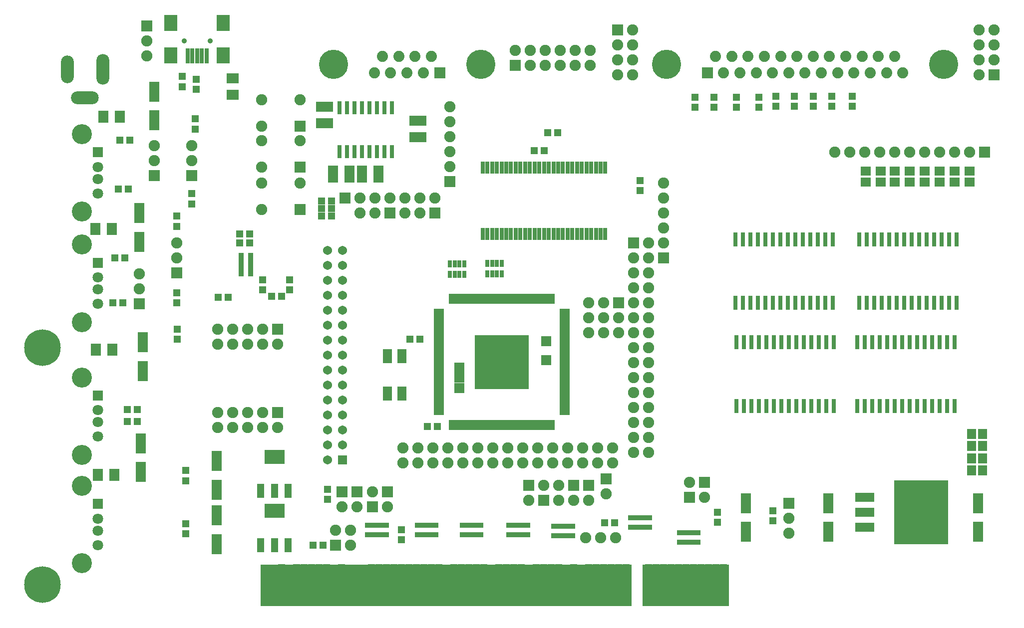
<source format=gbr>
G04 DipTrace 3.1.0.1*
G04 PCIUSB_mask_top.gbr*
%MOMM*%
G04 #@! TF.FileFunction,Soldermask,Top*
G04 #@! TF.Part,Single*
%AMOUTLINE1*
4,1,8,
0.608,2.64,
-0.608,2.64,
-0.608,-2.81401,
-0.44475,-3.13431,
-0.32982,-3.64,
0.32982,-3.64,
0.44475,-3.13431,
0.608,-2.81401,
0.608,2.64,
0*%
%ADD21R,1.7X1.7*%
%ADD68R,0.5X1.8*%
%ADD78C,0.35*%
%ADD79C,0.9*%
%ADD88R,1.6X2.4*%
%ADD92R,9.2X10.8*%
%ADD94R,3.2X1.65*%
%ADD96R,0.8X2.35*%
%ADD98R,0.7X2.0*%
%ADD99R,9.2X9.2*%
%ADD102R,1.8X0.5*%
%ADD104R,0.8X2.2*%
%ADD106R,3.45X2.35*%
%ADD108R,1.15X2.35*%
%ADD110R,0.75X1.15*%
%ADD112R,0.5X0.85*%
%ADD114R,0.85X0.5*%
%ADD116R,2.0X1.8*%
%ADD118R,1.8X2.0*%
%ADD123C,6.2*%
%ADD125R,1.5X1.7*%
%ADD127C,1.9*%
%ADD129C,1.54*%
%ADD131R,1.54X1.54*%
%ADD133C,1.89*%
%ADD135R,1.89X1.89*%
%ADD137C,4.96*%
%ADD139R,2.2X2.7*%
%ADD141R,0.7X2.5*%
%ADD143O,4.7X2.2*%
%ADD145O,2.2X4.7*%
%ADD147O,2.2X5.2*%
%ADD149C,3.4*%
%ADD151C,1.8*%
%ADD153R,1.8X1.8*%
%ADD157R,1.7X1.5*%
%ADD159R,1.8X2.9*%
%ADD161R,2.9X1.8*%
%ADD163R,1.3X1.2*%
%ADD165R,1.2X1.3*%
%ADD167R,1.8X3.35*%
%ADD169C,1.9*%
%ADD171R,1.9X1.9*%
%ADD182OUTLINE1*%
%FSLAX35Y35*%
G04*
G71*
G90*
G75*
G01*
G04 TopMask*
%LPD*%
D171*
X5726227Y7735860D3*
D169*
Y8185860D3*
X5076227D3*
Y7735860D3*
D171*
X5726227Y8450310D3*
D169*
Y8900310D3*
X5076227D3*
Y8450310D3*
D171*
X5726500Y9148277D3*
D169*
Y9598277D3*
X5076500D3*
Y9148277D3*
D167*
X2996000Y7671900D3*
Y7181900D3*
X3027750Y3766650D3*
Y3276650D3*
X3059500Y5481150D3*
Y4991150D3*
X3250000Y9735650D3*
Y9245650D3*
D165*
X3646383Y5703647D3*
Y5533647D3*
X3789273Y3301627D3*
Y3131627D3*
Y2401300D3*
Y2231300D3*
D167*
X4313203Y3465037D3*
Y2975037D3*
Y2544190D3*
Y2054190D3*
D163*
X4503723Y6243453D3*
X4333723D3*
X5408693Y6259330D3*
X5238693D3*
D161*
X6139250Y9195900D3*
Y9475900D3*
D159*
X6282127Y8338650D3*
X6562127D3*
X6774250D3*
X7054250D3*
D161*
X7726687Y9244143D3*
Y8964143D3*
D163*
X7885453Y4052473D3*
X8055453D3*
X9695393Y8736090D3*
X9865393D3*
D165*
X11489457Y8053393D3*
Y8223393D3*
X12806750Y2591900D3*
Y2421900D3*
D167*
X13283000Y2750650D3*
Y2260650D3*
D165*
X13743943Y2623573D3*
Y2453573D3*
D167*
X14680000Y2750650D3*
Y2260650D3*
X17220000Y2750650D3*
Y2260650D3*
D78*
X1153747Y5386113D3*
Y1369317D3*
X1217253Y5529003D3*
Y5243223D3*
Y1512207D3*
Y1226427D3*
X1360143Y5592510D3*
Y5179717D3*
Y1575713D3*
Y1162920D3*
X1487157Y5529003D3*
Y1512207D3*
X1503033Y5243223D3*
Y1226427D3*
X1566540Y5386113D3*
Y1369317D3*
D153*
X2293850Y4577490D3*
D151*
Y4327490D3*
Y4127490D3*
Y3877490D3*
D149*
X2023850Y4884490D3*
Y3570490D3*
D153*
X2297500Y8703777D3*
D151*
Y8453777D3*
Y8253777D3*
Y8003777D3*
D149*
X2027500Y9010777D3*
Y7696777D3*
D153*
X2297500Y6830527D3*
D151*
Y6580527D3*
Y6380527D3*
Y6130527D3*
D149*
X2027500Y7137527D3*
Y5823527D3*
D153*
X2297500Y2734773D3*
D151*
Y2484773D3*
Y2284773D3*
Y2034773D3*
D149*
X2027500Y3041773D3*
Y1727773D3*
D147*
X2376873Y10116650D3*
D145*
X1776873D3*
D143*
X2076873Y9626650D3*
D171*
X2995440Y6132317D3*
D169*
Y6386317D3*
Y6640317D3*
D171*
X3123000Y10846900D3*
D169*
Y10592900D3*
Y10338900D3*
D171*
X3250000Y8306900D3*
D169*
Y8560900D3*
Y8814900D3*
D171*
X3631000Y6655900D3*
D169*
Y6909900D3*
Y7163900D3*
D141*
X4139000Y10338900D3*
X4059000D3*
X3979000D3*
X3899000D3*
D139*
X4424000Y10348900D3*
X3534000D3*
X4424000Y10898900D3*
X3534000D3*
D79*
X4198953Y10598900D3*
X3758953D3*
D171*
X3885000Y8306900D3*
D169*
Y8560900D3*
Y8814900D3*
D171*
X5345500Y5703400D3*
D169*
Y5449400D3*
X5091500Y5703400D3*
Y5449400D3*
X4837500Y5703400D3*
Y5449400D3*
X4583500Y5703400D3*
Y5449400D3*
X4329500Y5703400D3*
Y5449400D3*
D171*
X5345187Y4290623D3*
D169*
Y4036623D3*
X5091187Y4290623D3*
Y4036623D3*
X4837187Y4290623D3*
Y4036623D3*
X4583187Y4290623D3*
Y4036623D3*
X4329187Y4290623D3*
Y4036623D3*
D137*
X6288383Y10195150D3*
X8787383D3*
D135*
X8091883Y10053147D3*
D133*
X7814883D3*
X7537883D3*
X7260883D3*
X6983883D3*
X7953383Y10337150D3*
X7676383D3*
X7399383D3*
X7122383D3*
D131*
X6440677Y3480913D3*
D129*
X6186677D3*
X6440677Y3734913D3*
X6186677D3*
X6440677Y3988913D3*
X6186677D3*
X6440677Y4242913D3*
X6186677D3*
X6440677Y4496913D3*
X6186677D3*
X6440677Y4750913D3*
X6186677D3*
X6440677Y5004913D3*
X6186677D3*
X6440677Y5258913D3*
X6186677D3*
X6440677Y5512913D3*
X6186677D3*
X6440677Y5766913D3*
X6186677D3*
X6440677Y6020913D3*
X6186677D3*
X6440677Y6274913D3*
X6186677D3*
X6440677Y6528913D3*
X6186677D3*
X6440677Y6782913D3*
X6186677D3*
X6440677Y7036913D3*
X6186677D3*
D171*
X6329540Y2036137D3*
D169*
X6583540D3*
X6329540Y2290137D3*
X6583540D3*
D171*
X6488307Y7926380D3*
D169*
X6742307D3*
X6996307D3*
X7250307D3*
X7504307D3*
X7758307D3*
X8012307D3*
D171*
X6440543Y2941093D3*
D169*
Y2687093D3*
D171*
X7250387Y7672353D3*
D169*
X6996387D3*
X6742387D3*
D171*
X6694570Y2941093D3*
D169*
Y2687093D3*
D171*
X6948757Y2687107D3*
D169*
Y2941107D3*
D171*
X7202757D3*
D169*
Y2687107D3*
D171*
X8012467Y7672353D3*
D169*
X7758467D3*
X7504467D3*
D127*
X11029033Y3687310D3*
D169*
Y3433310D3*
X10775033Y3687310D3*
Y3433310D3*
X10521033Y3687310D3*
Y3433310D3*
X10267033Y3687310D3*
Y3433310D3*
X10013033Y3687310D3*
Y3433310D3*
X9759033Y3687310D3*
Y3433310D3*
X9505033Y3687310D3*
Y3433310D3*
X9251033Y3687310D3*
Y3433310D3*
X8997033Y3687310D3*
Y3433310D3*
X8743033Y3687310D3*
Y3433310D3*
X8489033Y3687310D3*
Y3433310D3*
X8235033Y3687310D3*
Y3433310D3*
X7981033Y3687310D3*
Y3433310D3*
X7727033Y3687310D3*
Y3433310D3*
X7473033Y3687310D3*
Y3433310D3*
D171*
X8266493Y8212160D3*
D169*
Y8466160D3*
Y8720160D3*
Y8974160D3*
Y9228160D3*
Y9482160D3*
D171*
X9377860Y10180867D3*
D169*
Y10434867D3*
X9631860Y10180867D3*
Y10434867D3*
X9885860Y10180867D3*
Y10434867D3*
X10139860Y10180867D3*
Y10434867D3*
X10393860Y10180867D3*
Y10434867D3*
X10647860Y10180867D3*
Y10434867D3*
D171*
X9600133Y3052243D3*
D169*
Y2798243D3*
D171*
X9854160Y2798217D3*
D169*
X10108160D3*
X9854160Y3052217D3*
X10108160D3*
D171*
X10362213Y3052243D3*
D169*
Y2798243D3*
D127*
X10568610Y2163150D3*
D169*
X10822610D3*
X11076610D3*
D171*
X11124000Y6147900D3*
D169*
Y5893900D3*
X10870000Y6147900D3*
Y5893900D3*
X10616000Y6147900D3*
Y5893900D3*
X11124000Y5639900D3*
X10870000D3*
X10616000D3*
D171*
X10616240Y3052243D3*
D169*
Y2798243D3*
D171*
X10917897Y3163380D3*
D169*
Y2909380D3*
D171*
X11108417Y10784180D3*
D169*
X11362417D3*
X11108417Y10530180D3*
X11362417D3*
X11108417Y10276180D3*
X11362417D3*
X11108417Y10022180D3*
X11362417D3*
D171*
X11378000Y7163900D3*
D169*
X11632000D3*
X11378000Y6909900D3*
X11632000D3*
X11378000Y6655900D3*
X11632000D3*
X11378000Y6401900D3*
X11632000D3*
X11378000Y6147900D3*
X11632000D3*
X11378000Y5893900D3*
X11632000D3*
X11378000Y5639900D3*
X11632000D3*
X11378000Y5385900D3*
X11632000D3*
X11378000Y5131900D3*
X11632000D3*
X11378000Y4877900D3*
X11632000D3*
X11378000Y4623900D3*
X11632000D3*
X11378000Y4369900D3*
X11632000D3*
X11378000Y4115900D3*
X11632000D3*
X11378000Y3861900D3*
X11632000D3*
X11378000Y3607900D3*
X11632000D3*
D135*
X12632577Y10052010D3*
D133*
X12908677D3*
X13184777D3*
X13460877D3*
X13736977D3*
X14013077D3*
X14289177D3*
X14565277D3*
X14841377D3*
X15117477D3*
X15393577D3*
X15669677D3*
X15944923D3*
X12770643Y10336013D3*
X13046743D3*
X13322843D3*
X13598943D3*
X13875043D3*
X14151143D3*
X14427243D3*
X14703343D3*
X14979443D3*
X15255543D3*
X15531643D3*
X15807743D3*
D137*
X11936577Y10194010D3*
X16641777D3*
D171*
X11886373Y6910273D3*
D169*
Y7164273D3*
Y7418273D3*
Y7672273D3*
Y7926273D3*
Y8180273D3*
D171*
X12330920Y2845847D3*
D169*
Y3099847D3*
D171*
X12584947Y3099873D3*
D169*
Y2845873D3*
D171*
X14013250Y2750650D3*
D169*
Y2496650D3*
Y2242650D3*
D171*
X17332070Y8704337D3*
D169*
X17078070D3*
X16824070D3*
X16570070D3*
X16316070D3*
X16062070D3*
X15808070D3*
X15554070D3*
X15300070D3*
X15046070D3*
X14792070D3*
D171*
X17490837Y10022100D3*
D169*
X17236837D3*
X17490837Y10276100D3*
X17236837D3*
X17490837Y10530100D3*
X17236837D3*
X17490837Y10784100D3*
X17236837D3*
D157*
X15315733Y8196283D3*
Y8386283D3*
X15569760Y8196283D3*
Y8386283D3*
X15807910Y8196283D3*
Y8386283D3*
X16061937Y8196283D3*
Y8386283D3*
X16315963Y8196283D3*
Y8386283D3*
X16569990Y8196283D3*
Y8386283D3*
X16824017Y8196283D3*
Y8386283D3*
X17078043Y8196283D3*
Y8386283D3*
D125*
X17109797Y3306270D3*
X17299797D3*
X17109797Y3512667D3*
X17299797D3*
X17109797Y3719063D3*
X17299797D3*
X17109797Y3925460D3*
X17299797D3*
D123*
X1360143Y5386113D3*
Y1369317D3*
D141*
X3819000Y10338900D3*
D182*
X5408667Y1448700D3*
X5662667D3*
X5789667D3*
X5916667D3*
X6043667D3*
X6170667D3*
X6424667D3*
X6932667D3*
X7059667D3*
X7186667D3*
X7313667D3*
X7440667D3*
X7567667D3*
X7694667D3*
X7821667D3*
X7948667D3*
X8075667D3*
X8329667D3*
D21*
X8425260Y5052703D3*
Y4878060D3*
Y4703417D3*
D182*
X8456667Y1448700D3*
X8583667D3*
X8710667D3*
X8837667D3*
X9091667D3*
X9218667D3*
X9345667D3*
X9472667D3*
X9726667D3*
X9853667D3*
D21*
X9901790Y5497250D3*
Y5179717D3*
D182*
X9980667Y1448700D3*
X10107667D3*
X10361667D3*
X10615667D3*
X10742667D3*
X10869667D3*
X10996667D3*
X11123667D3*
X11250667D3*
X11631667D3*
X11758667D3*
X11885667D3*
X12012667D3*
X12139667D3*
X12266667D3*
X12393667D3*
X12520667D3*
X12647667D3*
X12774667D3*
X12901667D3*
D118*
X2249873Y7402027D3*
X2529873D3*
X2265750Y5354150D3*
X2545750D3*
X2296867Y3226887D3*
X2576867D3*
X2392750Y9307027D3*
X2672750D3*
D163*
X2551500Y6147900D3*
X2721500D3*
X2757290Y6910273D3*
X2587290D3*
X2646750Y8084650D3*
X2816750D3*
X2837250Y8910150D3*
X2667250D3*
X2963687Y4338253D3*
X2793687D3*
X2963687Y4131857D3*
X2793687D3*
D165*
X3631000Y7449650D3*
Y7619650D3*
Y6147900D3*
Y6317900D3*
X3725767Y9990347D3*
Y9820347D3*
X3885000Y7830650D3*
Y8000650D3*
X3948500Y9100650D3*
Y9270650D3*
X3963917Y9942717D3*
Y9772717D3*
D116*
X4583500Y9957900D3*
Y9677900D3*
D163*
X4868887Y7323067D3*
X4698887D3*
X4868887Y7164300D3*
X4698887D3*
D114*
X4885123Y6973400D3*
Y6923400D3*
Y6873400D3*
Y6823400D3*
Y6773400D3*
Y6723400D3*
Y6673400D3*
Y6623400D3*
X4725123D3*
Y6673400D3*
Y6723400D3*
Y6773400D3*
Y6823400D3*
Y6873400D3*
Y6923400D3*
Y6973400D3*
D165*
X5091160Y6370467D3*
Y6540467D3*
X5551583Y6370467D3*
Y6540467D3*
D163*
X5948500Y2036137D3*
X6118500D3*
X6086000Y7878303D3*
X6256000D3*
X6086000Y7751277D3*
X6256000D3*
X6086000Y7624277D3*
X6256000D3*
D165*
X6186650Y2814093D3*
Y2984093D3*
D112*
X6853470Y2210780D3*
X6903470D3*
X6953470D3*
X7003470D3*
X7053470D3*
X7103470D3*
X7153470D3*
X7203470D3*
Y2370780D3*
X7153470D3*
X7103470D3*
X7053470D3*
X7003470D3*
X6953470D3*
X6903470D3*
X6853470D3*
D165*
X7440907Y2131397D3*
Y2301397D3*
D163*
X7583797Y5529003D3*
X7753797D3*
D112*
X7694933Y2210780D3*
X7744933D3*
X7794933D3*
X7844933D3*
X7894933D3*
X7944933D3*
X7994933D3*
X8044933D3*
Y2370780D3*
X7994933D3*
X7944933D3*
X7894933D3*
X7844933D3*
X7794933D3*
X7744933D3*
X7694933D3*
D110*
X8266493Y6815013D3*
X8346493D3*
X8426493D3*
X8506493D3*
Y6635013D3*
X8426493D3*
X8346493D3*
X8266493D3*
D112*
X8457013Y2210780D3*
X8507013D3*
X8557013D3*
X8607013D3*
X8657013D3*
X8707013D3*
X8757013D3*
X8807013D3*
Y2370780D3*
X8757013D3*
X8707013D3*
X8657013D3*
X8607013D3*
X8557013D3*
X8507013D3*
X8457013D3*
D110*
X8901560Y6640370D3*
X8981560D3*
X9061560D3*
X9141560D3*
Y6820370D3*
X9061560D3*
X8981560D3*
X8901560D3*
D112*
X9250847Y2210780D3*
X9300847D3*
X9350847D3*
X9400847D3*
X9450847D3*
X9500847D3*
X9550847D3*
X9600847D3*
Y2370780D3*
X9550847D3*
X9500847D3*
X9450847D3*
X9400847D3*
X9350847D3*
X9300847D3*
X9250847D3*
D163*
X10092310Y9037747D3*
X9922310D3*
D112*
X10012927Y2194903D3*
X10062927D3*
X10112927D3*
X10162927D3*
X10212927D3*
X10262927D3*
X10312927D3*
X10362927D3*
Y2354903D3*
X10312927D3*
X10262927D3*
X10212927D3*
X10162927D3*
X10112927D3*
X10062927D3*
X10012927D3*
D163*
X11060787Y2417177D3*
X10890787D3*
D112*
X11314813Y2337793D3*
X11364813D3*
X11414813D3*
X11464813D3*
X11514813D3*
X11564813D3*
X11614813D3*
X11664813D3*
Y2497793D3*
X11614813D3*
X11564813D3*
X11514813D3*
X11464813D3*
X11414813D3*
X11364813D3*
X11314813D3*
X12140000Y2083900D3*
X12190000D3*
X12240000D3*
X12290000D3*
X12340000D3*
X12390000D3*
X12440000D3*
X12490000D3*
Y2243900D3*
X12440000D3*
X12390000D3*
X12340000D3*
X12290000D3*
X12240000D3*
X12190000D3*
X12140000D3*
D165*
X12426283Y9466417D3*
Y9636417D3*
X12743937Y9466417D3*
Y9636417D3*
X13124937Y9466417D3*
Y9636417D3*
X13505937Y9466417D3*
Y9636417D3*
X13791677Y9482293D3*
Y9652293D3*
X14109210Y9482293D3*
Y9652293D3*
X14426710Y9482293D3*
Y9652293D3*
X14744210Y9482293D3*
Y9652293D3*
X15093460Y9482293D3*
Y9652293D3*
D108*
X5059407Y2956983D3*
X5289407D3*
X5519407D3*
D106*
X5289407Y3536983D3*
D108*
X5059407Y2036137D3*
X5289407D3*
X5519407D3*
D106*
X5289407Y2616137D3*
D104*
X6393250Y8719650D3*
X6520250D3*
X6647250D3*
X6774250D3*
X6901250D3*
X7028250D3*
X7155250D3*
X7282250D3*
Y9459650D3*
X7155250D3*
X7028250D3*
X6901250D3*
X6774250D3*
X6647250D3*
X6520250D3*
X6393250D3*
D102*
X8076000Y6020900D3*
Y5970900D3*
Y5920900D3*
Y5870900D3*
Y5820900D3*
Y5770900D3*
Y5720900D3*
Y5670900D3*
Y5620900D3*
Y5570900D3*
Y5520900D3*
Y5470900D3*
Y5420900D3*
Y5370900D3*
Y5320900D3*
Y5270900D3*
Y5220900D3*
Y5170900D3*
Y5120900D3*
Y5070900D3*
Y5020900D3*
Y4970900D3*
Y4920900D3*
Y4870900D3*
Y4820900D3*
Y4770900D3*
Y4720900D3*
Y4670900D3*
Y4620900D3*
Y4570900D3*
Y4520900D3*
Y4470900D3*
Y4420900D3*
Y4370900D3*
Y4320900D3*
Y4270900D3*
D68*
X8271000Y4075900D3*
X8321000D3*
X8371000D3*
X8421000D3*
X8471000D3*
X8521000D3*
X8571000D3*
X8621000D3*
X8671000D3*
X8721000D3*
X8771000D3*
X8821000D3*
X8871000D3*
X8921000D3*
X8971000D3*
X9021000D3*
X9071000D3*
X9121000D3*
X9171000D3*
X9221000D3*
X9271000D3*
X9321000D3*
X9371000D3*
X9421000D3*
X9471000D3*
X9521000D3*
X9571000D3*
X9621000D3*
X9671000D3*
X9721000D3*
X9771000D3*
X9821000D3*
X9871000D3*
X9921000D3*
X9971000D3*
X10021000D3*
D102*
X10216000Y4270900D3*
Y4320900D3*
Y4370900D3*
Y4420900D3*
Y4470900D3*
Y4520900D3*
Y4570900D3*
Y4620900D3*
Y4670900D3*
Y4720900D3*
Y4770900D3*
Y4820900D3*
Y4870900D3*
Y4920900D3*
Y4970900D3*
Y5020900D3*
Y5070900D3*
Y5120900D3*
Y5170900D3*
Y5220900D3*
Y5270900D3*
Y5320900D3*
Y5370900D3*
Y5420900D3*
Y5470900D3*
Y5520900D3*
Y5570900D3*
Y5620900D3*
Y5670900D3*
Y5720900D3*
Y5770900D3*
Y5820900D3*
Y5870900D3*
Y5920900D3*
Y5970900D3*
Y6020900D3*
D68*
X10021000Y6215900D3*
X9971000D3*
X9921000D3*
X9871000D3*
X9821000D3*
X9771000D3*
X9721000D3*
X9671000D3*
X9621000D3*
X9571000D3*
X9521000D3*
X9471000D3*
X9421000D3*
X9371000D3*
X9321000D3*
X9271000D3*
X9221000D3*
X9171000D3*
X9121000D3*
X9071000D3*
X9021000D3*
X8971000D3*
X8921000D3*
X8871000D3*
X8821000D3*
X8771000D3*
X8721000D3*
X8671000D3*
X8621000D3*
X8571000D3*
X8521000D3*
X8471000D3*
X8421000D3*
X8371000D3*
X8321000D3*
X8271000D3*
D99*
X9146000Y5145900D3*
D98*
X8822177Y7323067D3*
X8902143D3*
X8982143D3*
X9062143D3*
X9142177D3*
X9222143D3*
X9302177D3*
X9382177D3*
X9462177D3*
X9542177D3*
X9622177D3*
X9702177D3*
X9782177D3*
X9862177D3*
X9942177D3*
X10022177D3*
X10102177D3*
X10182143D3*
X10262143D3*
X10342143D3*
X10422143D3*
X10502177D3*
X10582177D3*
X10662177D3*
X10742177D3*
X10822177D3*
X10902177D3*
Y8443067D3*
X10822177D3*
X10742177D3*
X10662177D3*
X10582177D3*
X10502177D3*
X10422143D3*
X10342143D3*
X10262143D3*
X10182143D3*
X10102177D3*
X10022177D3*
X9942177D3*
X9862177D3*
X9782177D3*
X9702177D3*
X9622177D3*
X9542177D3*
X9462177D3*
X9382177D3*
X9302177D3*
X9222143D3*
X9142177D3*
X9062143D3*
X8982143D3*
X8902143D3*
X8822177D3*
D96*
X13108877Y6148193D3*
X13235877D3*
X13362877D3*
X13489877D3*
X13616877D3*
X13743877D3*
X13870877D3*
X13997877D3*
X14124877D3*
X14251877D3*
X14378877D3*
X14505877D3*
X14632877D3*
X14759877D3*
Y7228193D3*
X14632877D3*
X14505877D3*
X14378877D3*
X14251877D3*
X14124877D3*
X13997877D3*
X13870877D3*
X13743877D3*
X13616877D3*
X13489877D3*
X13362877D3*
X13235877D3*
X13108877D3*
X13125493Y4401800D3*
X13252493D3*
X13379493D3*
X13506493D3*
X13633493D3*
X13760493D3*
X13887493D3*
X14014493D3*
X14141493D3*
X14268493D3*
X14395493D3*
X14522493D3*
X14649493D3*
X14776493D3*
Y5481800D3*
X14649493D3*
X14522493D3*
X14395493D3*
X14268493D3*
X14141493D3*
X14014493D3*
X13887493D3*
X13760493D3*
X13633493D3*
X13506493D3*
X13379493D3*
X13252493D3*
X13125493D3*
X15172843Y4401760D3*
X15299843D3*
X15426843D3*
X15553843D3*
X15680843D3*
X15807843D3*
X15934843D3*
X16061843D3*
X16188843D3*
X16315843D3*
X16442843D3*
X16569843D3*
X16696843D3*
X16823843D3*
Y5481760D3*
X16696843D3*
X16569843D3*
X16442843D3*
X16315843D3*
X16188843D3*
X16061843D3*
X15934843D3*
X15807843D3*
X15680843D3*
X15553843D3*
X15426843D3*
X15299843D3*
X15172843D3*
X15204597Y6148193D3*
X15331597D3*
X15458597D3*
X15585597D3*
X15712597D3*
X15839597D3*
X15966597D3*
X16093597D3*
X16220597D3*
X16347597D3*
X16474597D3*
X16601597D3*
X16728597D3*
X16855597D3*
Y7228193D3*
X16728597D3*
X16601597D3*
X16474597D3*
X16347597D3*
X16220597D3*
X16093597D3*
X15966597D3*
X15839597D3*
X15712597D3*
X15585597D3*
X15458597D3*
X15331597D3*
X15204597D3*
D94*
X15299857Y2845847D3*
Y2591847D3*
Y2337847D3*
D92*
X16259857Y2591847D3*
D88*
X7202757Y5243223D3*
X7452740Y5243217D3*
X7452757Y4613223D3*
X7202740Y4613217D3*
G36*
X5059407Y1702727D2*
X11346567D1*
Y1004153D1*
X5059407D1*
Y1702727D1*
G37*
G36*
X11537087D2*
X12997740D1*
Y1004153D1*
X11537087D1*
Y1702727D1*
G37*
M02*

</source>
